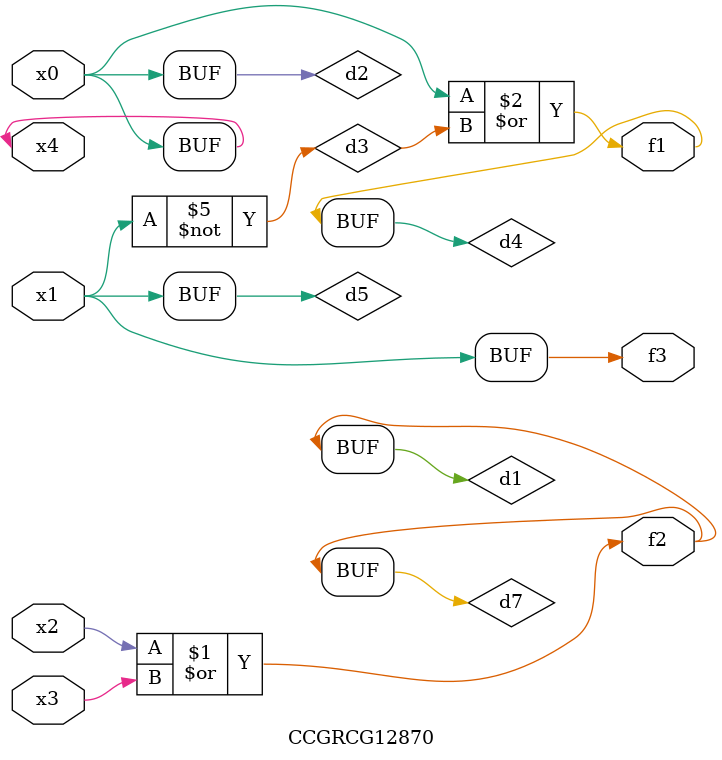
<source format=v>
module CCGRCG12870(
	input x0, x1, x2, x3, x4,
	output f1, f2, f3
);

	wire d1, d2, d3, d4, d5, d6, d7;

	or (d1, x2, x3);
	buf (d2, x0, x4);
	not (d3, x1);
	or (d4, d2, d3);
	not (d5, d3);
	nand (d6, d1, d3);
	or (d7, d1);
	assign f1 = d4;
	assign f2 = d7;
	assign f3 = d5;
endmodule

</source>
